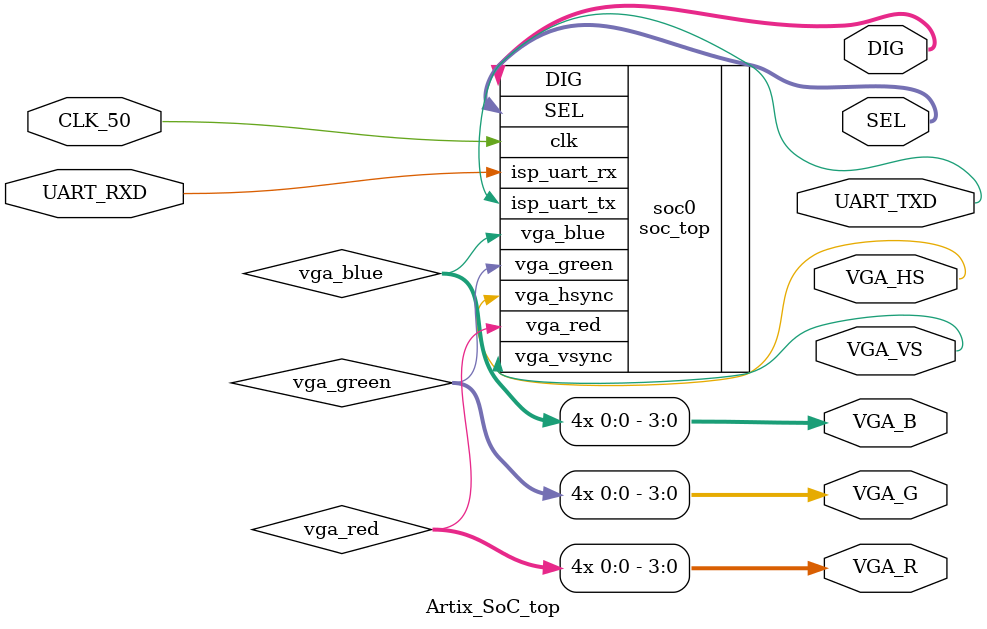
<source format=v>
module Artix_SoC_top(

////////////CLOCK//////////
input 		          		CLK_50,

//////////SEG8//////////
output 		   [7:0]       	SEL,
output 		   [7:0]     	DIG,

////////////KEY//////////
//input 		     [3:0]		KEY,

////////////VGA//////////
output		     [3:0]		VGA_B,
output		     [3:0]		VGA_G,
output		          		VGA_HS,
output		     [3:0]		VGA_R,
output		          		VGA_VS,

////////////Serial Port//////////
output 		          		UART_TXD,
input 		          		UART_RXD 

);


//=======================================================
//  REG/WIRE declarations
wire clk;
//=======================================================
wire vga_red, vga_green, vga_blue;
assign VGA_R = {4{vga_red}};
assign VGA_G = {4{vga_green}};
assign VGA_B = {4{vga_blue}};

soc_top soc0(
    .clk              ( CLK_50    ),
    .isp_uart_rx      ( UART_RXD  ),
    .isp_uart_tx      ( UART_TXD  ),
    .SEL      		  ( SEL       ),
    .DIG      		  ( DIG       ),
    .vga_hsync        ( VGA_HS    ),
    .vga_vsync        ( VGA_VS    ),
    .vga_red          ( vga_red   ),
    .vga_green        ( vga_green ),
    .vga_blue         ( vga_blue  )
);

endmodule

</source>
